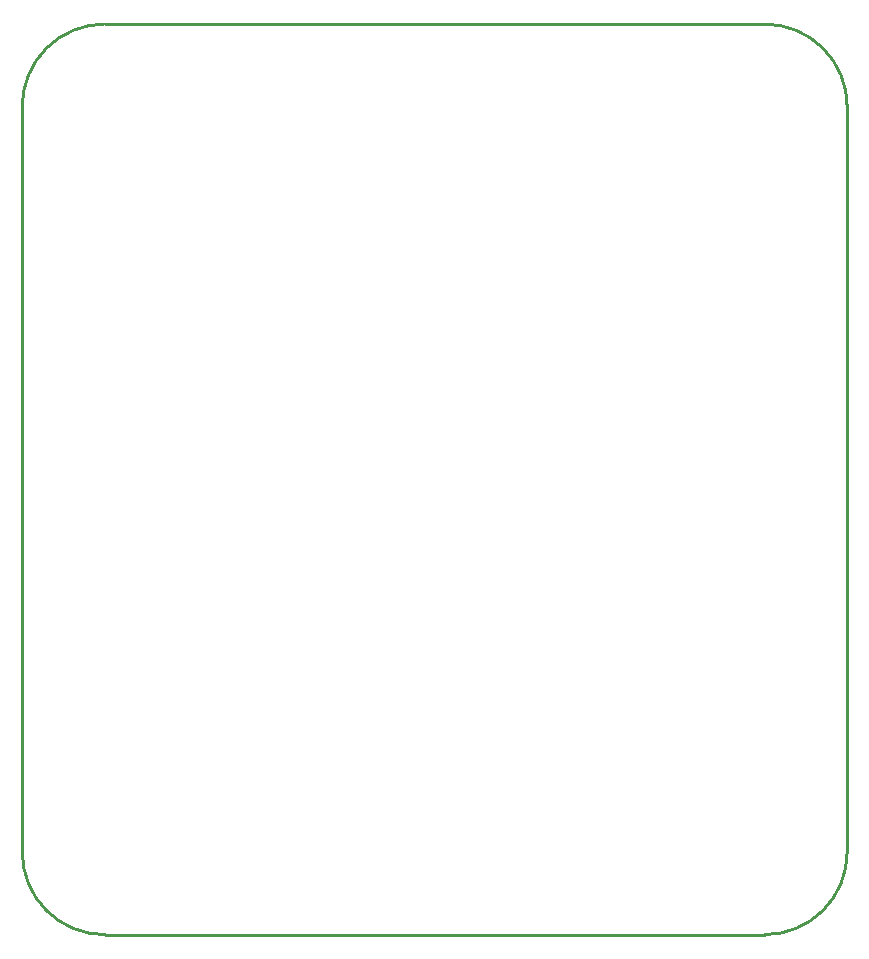
<source format=gko>
G04 Layer: BoardOutlineLayer*
G04 EasyEDA v6.5.9, 2022-12-22 19:00:11*
G04 6f40e2f5e4d2417a89e148ba27438c90,5dd06754fdd742daa6fe38bf62b7df6b,10*
G04 Gerber Generator version 0.2*
G04 Scale: 100 percent, Rotated: No, Reflected: No *
G04 Dimensions in millimeters *
G04 leading zeros omitted , absolute positions ,4 integer and 5 decimal *
%FSLAX45Y45*%
%MOMM*%

%ADD10C,0.2540*%
D10*
X332300Y761197D02*
G01*
X332300Y7073884D01*
X6618787Y62699D02*
G01*
X1030798Y62699D01*
X7317285Y7073884D02*
G01*
X7317285Y761197D01*
X1030798Y7772384D02*
G01*
X6618787Y7772384D01*
G75*
G01*
X6618787Y7772384D02*
G02*
X7317285Y7073886I1J-698497D01*
G75*
G01*
X7317285Y761198D02*
G02*
X6618787Y62700I-698497J-1D01*
G75*
G01*
X1030798Y62700D02*
G02*
X332299Y761198I-1J698497D01*
G75*
G01*
X332299Y7073886D02*
G02*
X1030798Y7772384I698498J1D01*

%LPD*%
M02*

</source>
